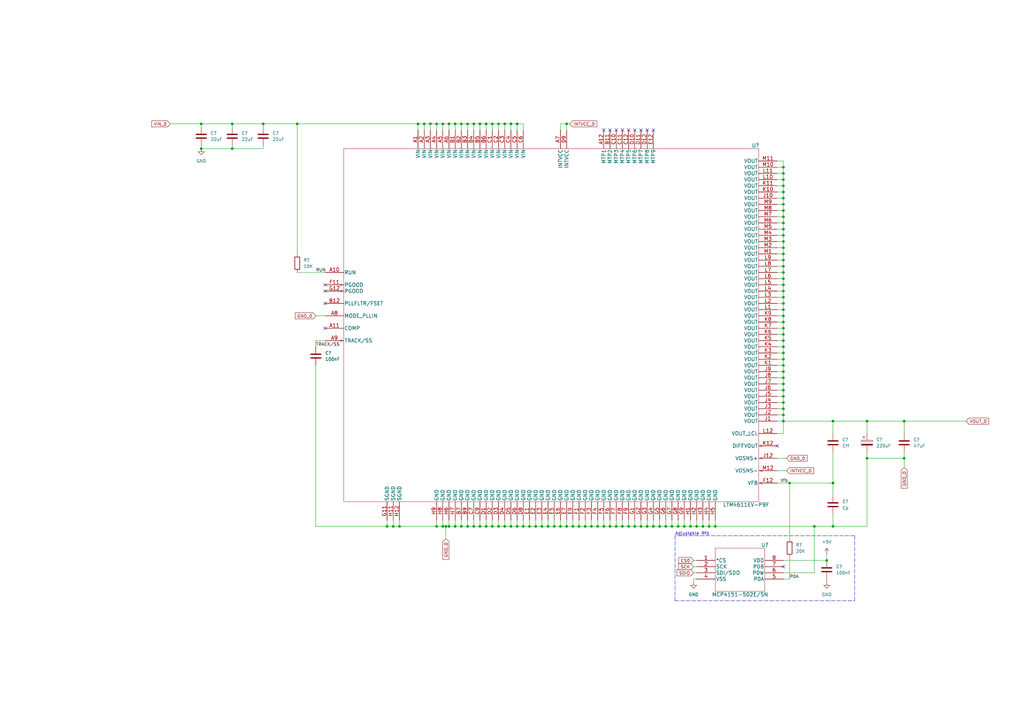
<source format=kicad_sch>
(kicad_sch (version 20211123) (generator eeschema)
  (paper "A3")
  (title_block (title "Group_0") (date "2022-11-28") (rev "0.1"))
  (lib_symbols
    (symbol "Device:C" (pin_numbers hide) (pin_names (offset 0.254))
      (property "Reference" "C" (at 0.635 2.54 0))
      (property "Value" "C" (at 0.635 -2.54 0))
      (symbol "C_0_1"
        (polyline (pts (xy -2.032 -0.762) (xy 2.032 -0.762)) (stroke (width 0.508)))
        (polyline (pts (xy -2.032 0.762) (xy 2.032 0.762)) (stroke (width 0.508)))
      )
      (symbol "C_1_1"
        (pin passive line (at 0 3.81 270) (length 2.794) (name "~") (number "1"))
        (pin passive line (at 0 -3.81 90) (length 2.794) (name "~") (number "2"))
      )
    )
    (symbol "Device:C_Polarized" (pin_numbers hide) (pin_names (offset 0.254))
      (property "Reference" "C" (at 0.635 2.54 0))
      (property "Value" "C_Polarized" (at 0.635 -2.54 0))
      (symbol "C_Polarized_0_1"
        (rectangle (start -2.286 0.508) (end 2.286 1.016))
        (polyline (pts (xy -1.778 2.286) (xy -0.762 2.286)))
        (polyline (pts (xy -1.27 2.794) (xy -1.27 1.778)))
        (rectangle (start 2.286 -0.508) (end -2.286 -1.016) (fill (type outline)))
      )
      (symbol "C_Polarized_1_1"
        (pin passive line (at 0 3.81 270) (length 2.794) (name "~") (number "1"))
        (pin passive line (at 0 -3.81 90) (length 2.794) (name "~") (number "2"))
      )
    )
    (symbol "Device:R" (pin_numbers hide) (pin_names (offset 0))
      (property "Reference" "R" (at 2.032 0 90))
      (property "Value" "R" (at 0 0 90))
      (symbol "R_0_1"
        (rectangle (start -1.016 -2.54) (end 1.016 2.54) (stroke (width 0.254)))
      )
      (symbol "R_1_1"
        (pin passive line (at 0 3.81 270) (length 1.27) (name "~") (number "1"))
        (pin passive line (at 0 -3.81 90) (length 1.27) (name "~") (number "2"))
      )
    )
    (symbol "LTM4611EV:LTM4611EV-PBF" (pin_names (offset 0.254))
      (property "Reference" "U" (at 7.62 55.88 0))
      (property "Value" "LTM4611EV-PBF" (at 7.62 53.34 0))
      (symbol "LTM4611EV-PBF_1_1"
        (polyline (pts (xy 7.112 -28.448) (xy 6.0452 -27.94)) (stroke (width 0.127)))
        (polyline (pts (xy 7.112 -27.432) (xy 6.0452 -27.94)) (stroke (width 0.127)))
        (polyline (pts (xy 7.112 -8.128) (xy 6.0452 -7.62)) (stroke (width 0.127)))
        (polyline (pts (xy 7.112 -7.112) (xy 6.0452 -7.62)) (stroke (width 0.127)))
        (polyline (pts (xy 7.112 -5.588) (xy 6.0452 -5.08)) (stroke (width 0.127)))
        (polyline (pts (xy 7.112 -4.572) (xy 6.0452 -5.08)) (stroke (width 0.127)))
        (polyline (pts (xy 7.62 -93.98) (xy 177.8 -93.98)) (stroke (width 0.127)))
        (polyline (pts (xy 7.62 50.8) (xy 7.62 -93.98)) (stroke (width 0.127)))
        (polyline (pts (xy 177.8 -93.98) (xy 177.8 50.8)) (stroke (width 0.127)))
        (polyline (pts (xy 177.8 50.8) (xy 7.62 50.8)) (stroke (width 0.127)))
        (polyline (pts (xy 178.308 -86.36) (xy 179.3748 -86.868)) (stroke (width 0.127)))
        (polyline (pts (xy 178.308 -86.36) (xy 179.3748 -85.852)) (stroke (width 0.127)))
        (polyline (pts (xy 178.308 -81.28) (xy 179.3748 -81.788)) (stroke (width 0.127)))
        (polyline (pts (xy 178.308 -81.28) (xy 179.3748 -80.772)) (stroke (width 0.127)))
        (polyline (pts (xy 178.308 -76.2) (xy 179.3748 -76.708)) (stroke (width 0.127)))
        (polyline (pts (xy 178.308 -76.2) (xy 179.3748 -75.692)) (stroke (width 0.127)))
        (polyline (pts (xy 178.308 -71.628) (xy 179.3748 -71.12)) (stroke (width 0.127)))
        (polyline (pts (xy 178.308 -70.612) (xy 179.3748 -71.12)) (stroke (width 0.127)))
        (pin power_in line (at 38.1 58.42 270) (length 7.62) (name "VIN") (number "A1"))
        (pin unspecified line (at 0 0 0) (length 7.62) (name "RUN") (number "A10"))
        (pin unspecified line (at 0 -22.86 0) (length 7.62) (name "COMP") (number "A11"))
        (pin unspecified line (at 114.3 58.42 270) (length 7.62) (name "MTP1") (number "A12"))
        (pin power_in line (at 40.64 58.42 270) (length 7.62) (name "VIN") (number "A2"))
        (pin power_in line (at 43.18 58.42 270) (length 7.62) (name "VIN") (number "A3"))
        (pin power_in line (at 45.72 58.42 270) (length 7.62) (name "VIN") (number "A4"))
        (pin power_in line (at 48.26 58.42 270) (length 7.62) (name "VIN") (number "A5"))
        (pin power_in line (at 50.8 58.42 270) (length 7.62) (name "VIN") (number "A6"))
        (pin power_in line (at 96.52 58.42 270) (length 7.62) (name "INTVCC") (number "A7"))
        (pin unspecified line (at 0 -17.78 0) (length 7.62) (name "MODE_PLLIN") (number "A8"))
        (pin output line (at 0 -27.94 0) (length 7.62) (name "TRACK/SS") (number "A9"))
        (pin power_in line (at 53.34 58.42 270) (length 7.62) (name "VIN") (number "B1"))
        (pin unspecified line (at 116.84 58.42 270) (length 7.62) (name "MTP2") (number "B11"))
        (pin unspecified line (at 0 -12.7 0) (length 7.62) (name "PLLFLTR/FSET") (number "B12"))
        (pin power_in line (at 55.88 58.42 270) (length 7.62) (name "VIN") (number "B2"))
        (pin power_in line (at 58.42 58.42 270) (length 7.62) (name "VIN") (number "B3"))
        (pin power_in line (at 60.96 58.42 270) (length 7.62) (name "VIN") (number "B4"))
        (pin power_in line (at 63.5 58.42 270) (length 7.62) (name "VIN") (number "B5"))
        (pin power_in line (at 66.04 58.42 270) (length 7.62) (name "VIN") (number "B6"))
        (pin power_in line (at 55.88 -101.6 90) (length 7.62) (name "GND") (number "B7"))
        (pin power_in line (at 58.42 -101.6 90) (length 7.62) (name "GND") (number "B9"))
        (pin power_in line (at 68.58 58.42 270) (length 7.62) (name "VIN") (number "C1"))
        (pin unspecified line (at 119.38 58.42 270) (length 7.62) (name "MTP3") (number "C10"))
        (pin unspecified line (at 121.92 58.42 270) (length 7.62) (name "MTP4") (number "C11"))
        (pin unspecified line (at 124.46 58.42 270) (length 7.62) (name "MTP5") (number "C12"))
        (pin power_in line (at 71.12 58.42 270) (length 7.62) (name "VIN") (number "C2"))
        (pin power_in line (at 73.66 58.42 270) (length 7.62) (name "VIN") (number "C3"))
        (pin power_in line (at 76.2 58.42 270) (length 7.62) (name "VIN") (number "C4"))
        (pin power_in line (at 78.74 58.42 270) (length 7.62) (name "VIN") (number "C5"))
        (pin power_in line (at 81.28 58.42 270) (length 7.62) (name "VIN") (number "C6"))
        (pin power_in line (at 60.96 -101.6 90) (length 7.62) (name "GND") (number "C7"))
        (pin power_in line (at 63.5 -101.6 90) (length 7.62) (name "GND") (number "C9"))
        (pin power_in line (at 66.04 -101.6 90) (length 7.62) (name "GND") (number "D1"))
        (pin unspecified line (at 127 58.42 270) (length 7.62) (name "MTP6") (number "D10"))
        (pin unspecified line (at 129.54 58.42 270) (length 7.62) (name "MTP7") (number "D11"))
        (pin unspecified line (at 132.08 58.42 270) (length 7.62) (name "MTP8") (number "D12"))
        (pin power_in line (at 68.58 -101.6 90) (length 7.62) (name "GND") (number "D2"))
        (pin power_in line (at 71.12 -101.6 90) (length 7.62) (name "GND") (number "D3"))
        (pin power_in line (at 73.66 -101.6 90) (length 7.62) (name "GND") (number "D4"))
        (pin power_in line (at 76.2 -101.6 90) (length 7.62) (name "GND") (number "D5"))
        (pin power_in line (at 78.74 -101.6 90) (length 7.62) (name "GND") (number "D6"))
        (pin power_in line (at 81.28 -101.6 90) (length 7.62) (name "GND") (number "D8"))
        (pin power_in line (at 99.06 58.42 270) (length 7.62) (name "INTVCC") (number "D9"))
        (pin power_in line (at 83.82 -101.6 90) (length 7.62) (name "GND") (number "E1"))
        (pin unspecified line (at 134.62 58.42 270) (length 7.62) (name "MTP9") (number "E12"))
        (pin power_in line (at 86.36 -101.6 90) (length 7.62) (name "GND") (number "E2"))
        (pin power_in line (at 88.9 -101.6 90) (length 7.62) (name "GND") (number "E3"))
        (pin power_in line (at 91.44 -101.6 90) (length 7.62) (name "GND") (number "E4"))
        (pin power_in line (at 93.98 -101.6 90) (length 7.62) (name "GND") (number "E5"))
        (pin power_in line (at 96.52 -101.6 90) (length 7.62) (name "GND") (number "E6"))
        (pin power_in line (at 99.06 -101.6 90) (length 7.62) (name "GND") (number "E7"))
        (pin power_in line (at 101.6 -101.6 90) (length 7.62) (name "GND") (number "E9"))
        (pin power_in line (at 104.14 -101.6 90) (length 7.62) (name "GND") (number "F1"))
        (pin output line (at 0 -5.08 0) (length 7.62) (name "PGOOD") (number "F11"))
        (pin input line (at 185.42 -86.36 180) (length 7.62) (name "VFB") (number "F12"))
        (pin power_in line (at 106.68 -101.6 90) (length 7.62) (name "GND") (number "F2"))
        (pin power_in line (at 109.22 -101.6 90) (length 7.62) (name "GND") (number "F3"))
        (pin power_in line (at 111.76 -101.6 90) (length 7.62) (name "GND") (number "F4"))
        (pin power_in line (at 114.3 -101.6 90) (length 7.62) (name "GND") (number "F5"))
        (pin power_in line (at 116.84 -101.6 90) (length 7.62) (name "GND") (number "F6"))
        (pin power_in line (at 119.38 -101.6 90) (length 7.62) (name "GND") (number "F7"))
        (pin power_in line (at 121.92 -101.6 90) (length 7.62) (name "GND") (number "F8"))
        (pin power_in line (at 124.46 -101.6 90) (length 7.62) (name "GND") (number "F9"))
        (pin power_in line (at 127 -101.6 90) (length 7.62) (name "GND") (number "G1"))
        (pin power_in line (at 25.4 -101.6 90) (length 7.62) (name "SGND") (number "G11"))
        (pin output line (at 0 -7.62 0) (length 7.62) (name "PGOOD") (number "G12"))
        (pin power_in line (at 129.54 -101.6 90) (length 7.62) (name "GND") (number "G2"))
        (pin power_in line (at 132.08 -101.6 90) (length 7.62) (name "GND") (number "G3"))
        (pin power_in line (at 134.62 -101.6 90) (length 7.62) (name "GND") (number "G4"))
        (pin power_in line (at 137.16 -101.6 90) (length 7.62) (name "GND") (number "G5"))
        (pin power_in line (at 139.7 -101.6 90) (length 7.62) (name "GND") (number "G6"))
        (pin power_in line (at 142.24 -101.6 90) (length 7.62) (name "GND") (number "G7"))
        (pin power_in line (at 144.78 -101.6 90) (length 7.62) (name "GND") (number "G8"))
        (pin power_in line (at 147.32 -101.6 90) (length 7.62) (name "GND") (number "G9"))
        (pin power_in line (at 149.86 -101.6 90) (length 7.62) (name "GND") (number "H1"))
        (pin power_in line (at 27.94 -101.6 90) (length 7.62) (name "SGND") (number "H11"))
        (pin power_in line (at 30.48 -101.6 90) (length 7.62) (name "SGND") (number "H12"))
        (pin power_in line (at 152.4 -101.6 90) (length 7.62) (name "GND") (number "H2"))
        (pin power_in line (at 154.94 -101.6 90) (length 7.62) (name "GND") (number "H3"))
        (pin power_in line (at 157.48 -101.6 90) (length 7.62) (name "GND") (number "H4"))
        (pin power_in line (at 160.02 -101.6 90) (length 7.62) (name "GND") (number "H5"))
        (pin power_in line (at 50.8 -101.6 90) (length 7.62) (name "GND") (number "H6"))
        (pin power_in line (at 53.34 -101.6 90) (length 7.62) (name "GND") (number "H7"))
        (pin power_in line (at 48.26 -101.6 90) (length 7.62) (name "GND") (number "H8"))
        (pin power_in line (at 45.72 -101.6 90) (length 7.62) (name "GND") (number "H9"))
        (pin power_in line (at 185.42 -60.96 180) (length 7.62) (name "VOUT") (number "J1"))
        (pin power_in line (at 185.42 30.48 180) (length 7.62) (name "VOUT") (number "J10"))
        (pin input line (at 185.42 -76.2 180) (length 7.62) (name "VOSNS+") (number "J12"))
        (pin power_in line (at 185.42 -58.42 180) (length 7.62) (name "VOUT") (number "J2"))
        (pin power_in line (at 185.42 -55.88 180) (length 7.62) (name "VOUT") (number "J3"))
        (pin power_in line (at 185.42 -53.34 180) (length 7.62) (name "VOUT") (number "J4"))
        (pin power_in line (at 185.42 -50.8 180) (length 7.62) (name "VOUT") (number "J5"))
        (pin power_in line (at 185.42 -48.26 180) (length 7.62) (name "VOUT") (number "J6"))
        (pin power_in line (at 185.42 -45.72 180) (length 7.62) (name "VOUT") (number "J7"))
        (pin power_in line (at 185.42 -43.18 180) (length 7.62) (name "VOUT") (number "J8"))
        (pin power_in line (at 185.42 -40.64 180) (length 7.62) (name "VOUT") (number "J9"))
        (pin power_in line (at 185.42 -38.1 180) (length 7.62) (name "VOUT") (number "K1"))
        (pin power_in line (at 185.42 33.02 180) (length 7.62) (name "VOUT") (number "K10"))
        (pin power_in line (at 185.42 35.56 180) (length 7.62) (name "VOUT") (number "K11"))
        (pin output line (at 185.42 -71.12 180) (length 7.62) (name "DIFFVOUT") (number "K12"))
        (pin power_in line (at 185.42 -35.56 180) (length 7.62) (name "VOUT") (number "K2"))
        (pin power_in line (at 185.42 -33.02 180) (length 7.62) (name "VOUT") (number "K3"))
        (pin power_in line (at 185.42 -30.48 180) (length 7.62) (name "VOUT") (number "K4"))
        (pin power_in line (at 185.42 -27.94 180) (length 7.62) (name "VOUT") (number "K5"))
        (pin power_in line (at 185.42 -25.4 180) (length 7.62) (name "VOUT") (number "K6"))
        (pin power_in line (at 185.42 -22.86 180) (length 7.62) (name "VOUT") (number "K7"))
        (pin power_in line (at 185.42 -20.32 180) (length 7.62) (name "VOUT") (number "K8"))
        (pin power_in line (at 185.42 -17.78 180) (length 7.62) (name "VOUT") (number "K9"))
        (pin power_in line (at 185.42 -15.24 180) (length 7.62) (name "VOUT") (number "L1"))
        (pin power_in line (at 185.42 38.1 180) (length 7.62) (name "VOUT") (number "L10"))
        (pin power_in line (at 185.42 40.64 180) (length 7.62) (name "VOUT") (number "L11"))
        (pin power_in line (at 185.42 -66.04 180) (length 7.62) (name "VOUT_LCL") (number "L12"))
        (pin power_in line (at 185.42 -12.7 180) (length 7.62) (name "VOUT") (number "L2"))
        (pin power_in line (at 185.42 -10.16 180) (length 7.62) (name "VOUT") (number "L3"))
        (pin power_in line (at 185.42 -7.62 180) (length 7.62) (name "VOUT") (number "L4"))
        (pin power_in line (at 185.42 -5.08 180) (length 7.62) (name "VOUT") (number "L5"))
        (pin power_in line (at 185.42 -2.54 180) (length 7.62) (name "VOUT") (number "L6"))
        (pin power_in line (at 185.42 0 180) (length 7.62) (name "VOUT") (number "L7"))
        (pin power_in line (at 185.42 2.54 180) (length 7.62) (name "VOUT") (number "L8"))
        (pin power_in line (at 185.42 5.08 180) (length 7.62) (name "VOUT") (number "L9"))
        (pin power_in line (at 185.42 7.62 180) (length 7.62) (name "VOUT") (number "M1"))
        (pin power_in line (at 185.42 43.18 180) (length 7.62) (name "VOUT") (number "M10"))
        (pin power_in line (at 185.42 45.72 180) (length 7.62) (name "VOUT") (number "M11"))
        (pin input line (at 185.42 -81.28 180) (length 7.62) (name "VOSNS-") (number "M12"))
        (pin power_in line (at 185.42 10.16 180) (length 7.62) (name "VOUT") (number "M2"))
        (pin power_in line (at 185.42 12.7 180) (length 7.62) (name "VOUT") (number "M3"))
        (pin power_in line (at 185.42 15.24 180) (length 7.62) (name "VOUT") (number "M4"))
        (pin power_in line (at 185.42 17.78 180) (length 7.62) (name "VOUT") (number "M5"))
        (pin power_in line (at 185.42 20.32 180) (length 7.62) (name "VOUT") (number "M6"))
        (pin power_in line (at 185.42 22.86 180) (length 7.62) (name "VOUT") (number "M7"))
        (pin power_in line (at 185.42 25.4 180) (length 7.62) (name "VOUT") (number "M8"))
        (pin power_in line (at 185.42 27.94 180) (length 7.62) (name "VOUT") (number "M9"))
      )
    )
    (symbol "MCP4151:MCP4151-502E{slash}SN" (pin_names (offset 0.254))
      (property "Reference" "U?" (at 48.26 11.43 0))
      (property "Value" "MCP4151-502E/SN" (at 48.26 7.62 0))
      (symbol "MCP4151-502E{slash}SN_1_1"
        (polyline (pts (xy 38.1 -12.7) (xy 58.42 -12.7)) (stroke (width 0.127)))
        (polyline (pts (xy 38.1 5.08) (xy 38.1 -12.7)) (stroke (width 0.127)))
        (polyline (pts (xy 58.42 -12.7) (xy 58.42 5.08)) (stroke (width 0.127)))
        (polyline (pts (xy 58.42 5.08) (xy 38.1 5.08)) (stroke (width 0.127)))
        (pin unspecified line (at 30.48 0 0) (length 7.62) (name "*CS") (number "1"))
        (pin unspecified line (at 30.48 -2.54 0) (length 7.62) (name "SCK") (number "2"))
        (pin unspecified line (at 30.48 -5.08 0) (length 7.62) (name "SDI/SDO") (number "3"))
        (pin unspecified line (at 30.48 -7.62 0) (length 7.62) (name "VSS") (number "4"))
        (pin unspecified line (at 66.04 -7.62 180) (length 7.62) (name "P0A") (number "5"))
        (pin unspecified line (at 66.04 -5.08 180) (length 7.62) (name "P0W") (number "6"))
        (pin unspecified line (at 66.04 -2.54 180) (length 7.62) (name "P0B") (number "7"))
        (pin unspecified line (at 66.04 0 180) (length 7.62) (name "VDD") (number "8"))
      )
    )
    (symbol "power:+5V" (power) (pin_names (offset 0))
      (property "Value" "+5V" (at 0 3.556 0))
      (symbol "+5V_0_1"
        (polyline (pts (xy -0.762 1.27) (xy 0 2.54)))
        (polyline (pts (xy 0 0) (xy 0 2.54)))
        (polyline (pts (xy 0 2.54) (xy 0.762 1.27)))
      )
      (symbol "+5V_1_1"
        (pin power_in line (at 0 0 90) (length 0) hide (name "+5V") (number "1"))
      )
    )
    (symbol "power:GND" (power) (pin_names (offset 0))
      (property "Value" "GND" (at 0 -3.81 0))
      (symbol "GND_0_1"
        (polyline (pts (xy 0 0) (xy 0 -1.27) (xy 1.27 -1.27) (xy 0 -2.54) (xy -1.27 -1.27) (xy 0 -1.27)))
      )
      (symbol "GND_1_1"
        (pin power_in line (at 0 0 270) (length 0) hide (name "GND") (number "1"))
      )
    )
  )
  (junction (at 201.93 50.8))
  (junction (at 321.31 137.16))
  (junction (at 323.85 198.12))
  (junction (at 234.95 215.9))
  (junction (at 82.55 60.96))
  (junction (at 181.61 215.9))
  (junction (at 321.31 119.38))
  (junction (at 186.69 215.9))
  (junction (at 288.29 215.9))
  (junction (at 214.63 215.9))
  (junction (at 321.31 139.7))
  (junction (at 222.25 215.9))
  (junction (at 321.31 104.14))
  (junction (at 196.85 215.9))
  (junction (at 321.31 83.82))
  (junction (at 189.23 215.9))
  (junction (at 219.71 215.9))
  (junction (at 265.43 215.9))
  (junction (at 209.55 215.9))
  (junction (at 189.23 50.8))
  (junction (at 355.6 172.72))
  (junction (at 321.31 78.74))
  (junction (at 370.84 172.72))
  (junction (at 95.25 50.8))
  (junction (at 227.33 215.9))
  (junction (at 247.65 215.9))
  (junction (at 321.31 93.98))
  (junction (at 321.31 121.92))
  (junction (at 191.77 50.8))
  (junction (at 163.83 215.9))
  (junction (at 232.41 215.9))
  (junction (at 341.63 198.12))
  (junction (at 321.31 165.1))
  (junction (at 273.05 215.9))
  (junction (at 171.45 50.8))
  (junction (at 321.31 96.52))
  (junction (at 321.31 134.62))
  (junction (at 321.31 157.48))
  (junction (at 321.31 124.46))
  (junction (at 341.63 172.72))
  (junction (at 321.31 160.02))
  (junction (at 321.31 152.4))
  (junction (at 321.31 167.64))
  (junction (at 270.51 215.9))
  (junction (at 321.31 86.36))
  (junction (at 194.31 50.8))
  (junction (at 267.97 215.9))
  (junction (at 173.99 50.8))
  (junction (at 321.31 71.12))
  (junction (at 321.31 76.2))
  (junction (at 370.84 187.96))
  (junction (at 321.31 162.56))
  (junction (at 201.93 215.9))
  (junction (at 321.31 142.24))
  (junction (at 257.81 215.9))
  (junction (at 321.31 106.68))
  (junction (at 355.6 187.96))
  (junction (at 204.47 215.9))
  (junction (at 321.31 111.76))
  (junction (at 290.83 215.9))
  (junction (at 341.63 215.9))
  (junction (at 95.25 60.96))
  (junction (at 107.95 50.8))
  (junction (at 278.13 215.9))
  (junction (at 229.87 215.9))
  (junction (at 321.31 172.72))
  (junction (at 204.47 50.8))
  (junction (at 321.31 132.08))
  (junction (at 250.19 215.9))
  (junction (at 280.67 215.9))
  (junction (at 321.31 129.54))
  (junction (at 207.01 215.9))
  (junction (at 321.31 147.32))
  (junction (at 245.11 215.9))
  (junction (at 275.59 215.9))
  (junction (at 321.31 149.86))
  (junction (at 321.31 116.84))
  (junction (at 293.37 215.9))
  (junction (at 121.92 50.8))
  (junction (at 158.75 215.9))
  (junction (at 321.31 68.58))
  (junction (at 321.31 101.6))
  (junction (at 321.31 127))
  (junction (at 212.09 50.8))
  (junction (at 334.01 215.9))
  (junction (at 283.21 215.9))
  (junction (at 252.73 215.9))
  (junction (at 207.01 50.8))
  (junction (at 262.89 215.9))
  (junction (at 179.07 215.9))
  (junction (at 232.41 50.8))
  (junction (at 285.75 215.9))
  (junction (at 321.31 144.78))
  (junction (at 255.27 215.9))
  (junction (at 321.31 114.3))
  (junction (at 186.69 50.8))
  (junction (at 321.31 109.22))
  (junction (at 209.55 50.8))
  (junction (at 196.85 50.8))
  (junction (at 179.07 50.8))
  (junction (at 240.03 215.9))
  (junction (at 161.29 215.9))
  (junction (at 199.39 215.9))
  (junction (at 321.31 154.94))
  (junction (at 339.09 229.87))
  (junction (at 191.77 215.9))
  (junction (at 184.15 215.9))
  (junction (at 321.31 91.44))
  (junction (at 237.49 215.9))
  (junction (at 260.35 215.9))
  (junction (at 321.31 73.66))
  (junction (at 321.31 88.9))
  (junction (at 321.31 170.18))
  (junction (at 321.31 81.28))
  (junction (at 199.39 50.8))
  (junction (at 82.55 50.8))
  (junction (at 182.88 215.9))
  (junction (at 321.31 99.06))
  (junction (at 224.79 215.9))
  (junction (at 176.53 50.8))
  (junction (at 242.57 215.9))
  (junction (at 194.31 215.9))
  (junction (at 184.15 50.8))
  (junction (at 181.61 50.8))
  (junction (at 212.09 215.9))
  (junction (at 217.17 215.9))
  (no_connect (at 260.35 53.34))
  (no_connect (at 252.73 53.34))
  (no_connect (at 133.35 119.38))
  (no_connect (at 265.43 53.34))
  (no_connect (at 255.27 53.34))
  (no_connect (at 133.35 134.62))
  (no_connect (at 262.89 53.34))
  (no_connect (at 318.77 182.88))
  (no_connect (at 250.19 53.34))
  (no_connect (at 133.35 124.46))
  (no_connect (at 267.97 53.34))
  (no_connect (at 133.35 116.84))
  (no_connect (at 321.31 232.41))
  (no_connect (at 257.81 53.34))
  (no_connect (at 247.65 53.34))
  (wire (pts (xy 252.73 215.9) (xy 255.27 215.9)))
  (wire (pts (xy 181.61 50.8) (xy 181.61 53.34)))
  (wire (pts (xy 273.05 213.36) (xy 273.05 215.9)))
  (wire (pts (xy 186.69 50.8) (xy 186.69 53.34)))
  (wire (pts (xy 189.23 213.36) (xy 189.23 215.9)))
  (wire (pts (xy 321.31 167.64) (xy 321.31 170.18)))
  (wire (pts (xy 171.45 53.34) (xy 171.45 50.8)))
  (wire (pts (xy 321.31 96.52) (xy 321.31 99.06)))
  (wire (pts (xy 255.27 215.9) (xy 257.81 215.9)))
  (wire (pts (xy 237.49 215.9) (xy 240.03 215.9)))
  (wire (pts (xy 321.31 106.68) (xy 321.31 109.22)))
  (wire (pts (xy 229.87 50.8) (xy 232.41 50.8)))
  (wire (pts (xy 318.77 152.4) (xy 321.31 152.4)))
  (wire (pts (xy 182.88 215.9) (xy 184.15 215.9)))
  (wire (pts (xy 318.77 134.62) (xy 321.31 134.62)))
  (wire (pts (xy 209.55 213.36) (xy 209.55 215.9)))
  (wire (pts (xy 318.77 187.96) (xy 322.58 187.96)))
  (wire (pts (xy 204.47 50.8) (xy 207.01 50.8)))
  (wire (pts (xy 318.77 124.46) (xy 321.31 124.46)))
  (wire (pts (xy 163.83 215.9) (xy 161.29 215.9)))
  (wire (pts (xy 321.31 76.2) (xy 321.31 78.74)))
  (wire (pts (xy 293.37 215.9) (xy 334.01 215.9)))
  (wire (pts (xy 82.55 50.8) (xy 82.55 52.07)))
  (polyline (pts (xy 276.86 219.71) (xy 276.86 246.38)))
  (polyline (pts (xy 276.86 246.38) (xy 350.52 246.38)))
  (wire (pts (xy 176.53 50.8) (xy 179.07 50.8)))
  (wire (pts (xy 199.39 213.36) (xy 199.39 215.9)))
  (wire (pts (xy 189.23 50.8) (xy 189.23 53.34)))
  (wire (pts (xy 186.69 213.36) (xy 186.69 215.9)))
  (wire (pts (xy 129.54 139.7) (xy 133.35 139.7)))
  (wire (pts (xy 321.31 165.1) (xy 321.31 167.64)))
  (wire (pts (xy 321.31 142.24) (xy 321.31 144.78)))
  (wire (pts (xy 290.83 215.9) (xy 293.37 215.9)))
  (wire (pts (xy 321.31 234.95) (xy 334.01 234.95)))
  (wire (pts (xy 318.77 157.48) (xy 321.31 157.48)))
  (wire (pts (xy 234.95 215.9) (xy 237.49 215.9)))
  (wire (pts (xy 257.81 213.36) (xy 257.81 215.9)))
  (wire (pts (xy 204.47 50.8) (xy 204.47 53.34)))
  (wire (pts (xy 214.63 50.8) (xy 214.63 53.34)))
  (wire (pts (xy 321.31 66.04) (xy 321.31 68.58)))
  (wire (pts (xy 212.09 213.36) (xy 212.09 215.9)))
  (wire (pts (xy 318.77 137.16) (xy 321.31 137.16)))
  (wire (pts (xy 321.31 88.9) (xy 321.31 91.44)))
  (wire (pts (xy 278.13 213.36) (xy 278.13 215.9)))
  (wire (pts (xy 323.85 198.12) (xy 323.85 220.98)))
  (wire (pts (xy 288.29 215.9) (xy 290.83 215.9)))
  (wire (pts (xy 370.84 187.96) (xy 370.84 191.77)))
  (wire (pts (xy 284.48 238.76) (xy 284.48 237.49)))
  (wire (pts (xy 179.07 50.8) (xy 179.07 53.34)))
  (wire (pts (xy 318.77 121.92) (xy 321.31 121.92)))
  (wire (pts (xy 204.47 213.36) (xy 204.47 215.9)))
  (wire (pts (xy 173.99 50.8) (xy 173.99 53.34)))
  (wire (pts (xy 209.55 215.9) (xy 212.09 215.9)))
  (wire (pts (xy 171.45 50.8) (xy 173.99 50.8)))
  (wire (pts (xy 245.11 213.36) (xy 245.11 215.9)))
  (wire (pts (xy 370.84 172.72) (xy 370.84 177.8)))
  (wire (pts (xy 370.84 172.72) (xy 396.24 172.72)))
  (wire (pts (xy 321.31 99.06) (xy 321.31 101.6)))
  (wire (pts (xy 107.95 59.69) (xy 107.95 60.96)))
  (wire (pts (xy 95.25 59.69) (xy 95.25 60.96)))
  (wire (pts (xy 318.77 111.76) (xy 321.31 111.76)))
  (wire (pts (xy 176.53 50.8) (xy 176.53 53.34)))
  (wire (pts (xy 257.81 215.9) (xy 260.35 215.9)))
  (wire (pts (xy 250.19 215.9) (xy 252.73 215.9)))
  (wire (pts (xy 339.09 227.33) (xy 339.09 229.87)))
  (wire (pts (xy 189.23 215.9) (xy 191.77 215.9)))
  (wire (pts (xy 321.31 68.58) (xy 321.31 71.12)))
  (wire (pts (xy 229.87 213.36) (xy 229.87 215.9)))
  (wire (pts (xy 284.48 237.49) (xy 285.75 237.49)))
  (wire (pts (xy 280.67 215.9) (xy 283.21 215.9)))
  (wire (pts (xy 240.03 215.9) (xy 242.57 215.9)))
  (wire (pts (xy 318.77 66.04) (xy 321.31 66.04)))
  (wire (pts (xy 222.25 213.36) (xy 222.25 215.9)))
  (wire (pts (xy 318.77 167.64) (xy 321.31 167.64)))
  (wire (pts (xy 323.85 228.6) (xy 323.85 237.49)))
  (wire (pts (xy 82.55 59.69) (xy 82.55 60.96)))
  (wire (pts (xy 341.63 185.42) (xy 341.63 198.12)))
  (wire (pts (xy 339.09 237.49) (xy 339.09 238.76)))
  (wire (pts (xy 270.51 213.36) (xy 270.51 215.9)))
  (wire (pts (xy 255.27 213.36) (xy 255.27 215.9)))
  (wire (pts (xy 321.31 177.8) (xy 321.31 172.72)))
  (wire (pts (xy 265.43 215.9) (xy 267.97 215.9)))
  (wire (pts (xy 201.93 50.8) (xy 204.47 50.8)))
  (wire (pts (xy 191.77 215.9) (xy 194.31 215.9)))
  (wire (pts (xy 212.09 50.8) (xy 214.63 50.8)))
  (wire (pts (xy 219.71 213.36) (xy 219.71 215.9)))
  (wire (pts (xy 323.85 198.12) (xy 341.63 198.12)))
  (wire (pts (xy 321.31 129.54) (xy 321.31 132.08)))
  (wire (pts (xy 260.35 215.9) (xy 262.89 215.9)))
  (wire (pts (xy 121.92 50.8) (xy 121.92 104.14)))
  (wire (pts (xy 321.31 152.4) (xy 321.31 154.94)))
  (wire (pts (xy 318.77 198.12) (xy 323.85 198.12)))
  (wire (pts (xy 158.75 213.36) (xy 158.75 215.9)))
  (wire (pts (xy 321.31 132.08) (xy 321.31 134.62)))
  (wire (pts (xy 184.15 50.8) (xy 186.69 50.8)))
  (wire (pts (xy 321.31 109.22) (xy 321.31 111.76)))
  (wire (pts (xy 321.31 170.18) (xy 321.31 172.72)))
  (wire (pts (xy 318.77 139.7) (xy 321.31 139.7)))
  (wire (pts (xy 69.85 50.8) (xy 82.55 50.8)))
  (wire (pts (xy 240.03 213.36) (xy 240.03 215.9)))
  (wire (pts (xy 290.83 213.36) (xy 290.83 215.9)))
  (wire (pts (xy 321.31 91.44) (xy 321.31 93.98)))
  (wire (pts (xy 318.77 142.24) (xy 321.31 142.24)))
  (wire (pts (xy 321.31 162.56) (xy 321.31 165.1)))
  (wire (pts (xy 284.48 234.95) (xy 285.75 234.95)))
  (wire (pts (xy 280.67 213.36) (xy 280.67 215.9)))
  (wire (pts (xy 321.31 73.66) (xy 321.31 76.2)))
  (wire (pts (xy 179.07 213.36) (xy 179.07 215.9)))
  (wire (pts (xy 194.31 213.36) (xy 194.31 215.9)))
  (wire (pts (xy 209.55 50.8) (xy 209.55 53.34)))
  (wire (pts (xy 82.55 50.8) (xy 95.25 50.8)))
  (wire (pts (xy 196.85 213.36) (xy 196.85 215.9)))
  (wire (pts (xy 247.65 215.9) (xy 250.19 215.9)))
  (wire (pts (xy 355.6 187.96) (xy 355.6 215.9)))
  (wire (pts (xy 224.79 215.9) (xy 227.33 215.9)))
  (wire (pts (xy 321.31 93.98) (xy 321.31 96.52)))
  (wire (pts (xy 191.77 213.36) (xy 191.77 215.9)))
  (wire (pts (xy 321.31 147.32) (xy 321.31 149.86)))
  (wire (pts (xy 209.55 50.8) (xy 212.09 50.8)))
  (wire (pts (xy 207.01 50.8) (xy 207.01 53.34)))
  (wire (pts (xy 252.73 213.36) (xy 252.73 215.9)))
  (wire (pts (xy 204.47 215.9) (xy 207.01 215.9)))
  (wire (pts (xy 232.41 50.8) (xy 232.41 53.34)))
  (wire (pts (xy 191.77 50.8) (xy 191.77 53.34)))
  (wire (pts (xy 173.99 50.8) (xy 176.53 50.8)))
  (wire (pts (xy 318.77 127) (xy 321.31 127)))
  (wire (pts (xy 318.77 104.14) (xy 321.31 104.14)))
  (wire (pts (xy 214.63 213.36) (xy 214.63 215.9)))
  (wire (pts (xy 217.17 213.36) (xy 217.17 215.9)))
  (wire (pts (xy 212.09 50.8) (xy 212.09 53.34)))
  (wire (pts (xy 318.77 106.68) (xy 321.31 106.68)))
  (wire (pts (xy 232.41 50.8) (xy 233.68 50.8)))
  (wire (pts (xy 370.84 187.96) (xy 355.6 187.96)))
  (wire (pts (xy 334.01 215.9) (xy 341.63 215.9)))
  (wire (pts (xy 121.92 50.8) (xy 171.45 50.8)))
  (wire (pts (xy 199.39 50.8) (xy 199.39 53.34)))
  (wire (pts (xy 234.95 213.36) (xy 234.95 215.9)))
  (wire (pts (xy 285.75 213.36) (xy 285.75 215.9)))
  (wire (pts (xy 219.71 215.9) (xy 222.25 215.9)))
  (wire (pts (xy 201.93 215.9) (xy 204.47 215.9)))
  (wire (pts (xy 262.89 215.9) (xy 265.43 215.9)))
  (wire (pts (xy 318.77 170.18) (xy 321.31 170.18)))
  (wire (pts (xy 227.33 215.9) (xy 229.87 215.9)))
  (wire (pts (xy 321.31 149.86) (xy 321.31 152.4)))
  (wire (pts (xy 214.63 215.9) (xy 217.17 215.9)))
  (wire (pts (xy 321.31 78.74) (xy 321.31 81.28)))
  (wire (pts (xy 370.84 185.42) (xy 370.84 187.96)))
  (wire (pts (xy 182.88 215.9) (xy 182.88 220.98)))
  (wire (pts (xy 201.93 50.8) (xy 201.93 53.34)))
  (wire (pts (xy 237.49 213.36) (xy 237.49 215.9)))
  (wire (pts (xy 283.21 213.36) (xy 283.21 215.9)))
  (wire (pts (xy 318.77 88.9) (xy 321.31 88.9)))
  (wire (pts (xy 262.89 213.36) (xy 262.89 215.9)))
  (wire (pts (xy 267.97 213.36) (xy 267.97 215.9)))
  (wire (pts (xy 107.95 50.8) (xy 121.92 50.8)))
  (wire (pts (xy 355.6 172.72) (xy 370.84 172.72)))
  (wire (pts (xy 217.17 215.9) (xy 219.71 215.9)))
  (wire (pts (xy 95.25 60.96) (xy 107.95 60.96)))
  (wire (pts (xy 212.09 215.9) (xy 214.63 215.9)))
  (wire (pts (xy 95.25 50.8) (xy 107.95 50.8)))
  (wire (pts (xy 196.85 50.8) (xy 196.85 53.34)))
  (wire (pts (xy 267.97 215.9) (xy 270.51 215.9)))
  (wire (pts (xy 321.31 137.16) (xy 321.31 139.7)))
  (wire (pts (xy 321.31 114.3) (xy 321.31 116.84)))
  (wire (pts (xy 321.31 127) (xy 321.31 129.54)))
  (wire (pts (xy 318.77 162.56) (xy 321.31 162.56)))
  (wire (pts (xy 293.37 213.36) (xy 293.37 215.9)))
  (polyline (pts (xy 350.52 219.71) (xy 350.52 246.38)))
  (wire (pts (xy 179.07 215.9) (xy 181.61 215.9)))
  (wire (pts (xy 318.77 129.54) (xy 321.31 129.54)))
  (wire (pts (xy 321.31 229.87) (xy 339.09 229.87)))
  (wire (pts (xy 341.63 172.72) (xy 341.63 177.8)))
  (wire (pts (xy 194.31 215.9) (xy 196.85 215.9)))
  (wire (pts (xy 129.54 142.24) (xy 129.54 139.7)))
  (wire (pts (xy 186.69 215.9) (xy 189.23 215.9)))
  (wire (pts (xy 318.77 144.78) (xy 321.31 144.78)))
  (wire (pts (xy 321.31 154.94) (xy 321.31 157.48)))
  (wire (pts (xy 184.15 213.36) (xy 184.15 215.9)))
  (wire (pts (xy 121.92 111.76) (xy 133.35 111.76)))
  (wire (pts (xy 355.6 215.9) (xy 341.63 215.9)))
  (wire (pts (xy 321.31 81.28) (xy 321.31 83.82)))
  (wire (pts (xy 196.85 50.8) (xy 199.39 50.8)))
  (wire (pts (xy 194.31 50.8) (xy 194.31 53.34)))
  (wire (pts (xy 285.75 215.9) (xy 288.29 215.9)))
  (wire (pts (xy 184.15 50.8) (xy 184.15 53.34)))
  (wire (pts (xy 321.31 144.78) (xy 321.31 147.32)))
  (wire (pts (xy 288.29 213.36) (xy 288.29 215.9)))
  (wire (pts (xy 318.77 91.44) (xy 321.31 91.44)))
  (wire (pts (xy 318.77 73.66) (xy 321.31 73.66)))
  (wire (pts (xy 318.77 149.86) (xy 321.31 149.86)))
  (wire (pts (xy 355.6 187.96) (xy 355.6 185.42)))
  (wire (pts (xy 207.01 215.9) (xy 209.55 215.9)))
  (wire (pts (xy 207.01 50.8) (xy 209.55 50.8)))
  (wire (pts (xy 278.13 215.9) (xy 280.67 215.9)))
  (wire (pts (xy 250.19 213.36) (xy 250.19 215.9)))
  (wire (pts (xy 161.29 213.36) (xy 161.29 215.9)))
  (wire (pts (xy 222.25 215.9) (xy 224.79 215.9)))
  (wire (pts (xy 224.79 213.36) (xy 224.79 215.9)))
  (wire (pts (xy 318.77 119.38) (xy 321.31 119.38)))
  (wire (pts (xy 318.77 96.52) (xy 321.31 96.52)))
  (wire (pts (xy 318.77 147.32) (xy 321.31 147.32)))
  (wire (pts (xy 318.77 99.06) (xy 321.31 99.06)))
  (wire (pts (xy 275.59 213.36) (xy 275.59 215.9)))
  (wire (pts (xy 232.41 215.9) (xy 234.95 215.9)))
  (wire (pts (xy 318.77 83.82) (xy 321.31 83.82)))
  (wire (pts (xy 207.01 213.36) (xy 207.01 215.9)))
  (wire (pts (xy 201.93 213.36) (xy 201.93 215.9)))
  (wire (pts (xy 194.31 50.8) (xy 196.85 50.8)))
  (wire (pts (xy 107.95 50.8) (xy 107.95 52.07)))
  (wire (pts (xy 334.01 234.95) (xy 334.01 215.9)))
  (wire (pts (xy 318.77 193.04) (xy 322.58 193.04)))
  (wire (pts (xy 242.57 213.36) (xy 242.57 215.9)))
  (wire (pts (xy 318.77 93.98) (xy 321.31 93.98)))
  (wire (pts (xy 270.51 215.9) (xy 273.05 215.9)))
  (wire (pts (xy 318.77 101.6) (xy 321.31 101.6)))
  (wire (pts (xy 321.31 86.36) (xy 321.31 88.9)))
  (wire (pts (xy 95.25 50.8) (xy 95.25 52.07)))
  (wire (pts (xy 199.39 215.9) (xy 201.93 215.9)))
  (wire (pts (xy 191.77 50.8) (xy 194.31 50.8)))
  (wire (pts (xy 189.23 50.8) (xy 191.77 50.8)))
  (wire (pts (xy 318.77 109.22) (xy 321.31 109.22)))
  (wire (pts (xy 321.31 172.72) (xy 341.63 172.72)))
  (wire (pts (xy 355.6 172.72) (xy 355.6 177.8)))
  (wire (pts (xy 318.77 160.02) (xy 321.31 160.02)))
  (wire (pts (xy 321.31 237.49) (xy 323.85 237.49)))
  (wire (pts (xy 321.31 121.92) (xy 321.31 124.46)))
  (wire (pts (xy 321.31 111.76) (xy 321.31 114.3)))
  (wire (pts (xy 318.77 165.1) (xy 321.31 165.1)))
  (wire (pts (xy 321.31 83.82) (xy 321.31 86.36)))
  (wire (pts (xy 318.77 86.36) (xy 321.31 86.36)))
  (wire (pts (xy 321.31 119.38) (xy 321.31 121.92)))
  (wire (pts (xy 318.77 114.3) (xy 321.31 114.3)))
  (wire (pts (xy 161.29 215.9) (xy 158.75 215.9)))
  (wire (pts (xy 321.31 172.72) (xy 318.77 172.72)))
  (wire (pts (xy 341.63 210.82) (xy 341.63 215.9)))
  (wire (pts (xy 129.54 129.54) (xy 133.35 129.54)))
  (wire (pts (xy 181.61 215.9) (xy 182.88 215.9)))
  (wire (pts (xy 275.59 215.9) (xy 278.13 215.9)))
  (wire (pts (xy 318.77 76.2) (xy 321.31 76.2)))
  (wire (pts (xy 321.31 157.48) (xy 321.31 160.02)))
  (wire (pts (xy 186.69 50.8) (xy 189.23 50.8)))
  (wire (pts (xy 321.31 139.7) (xy 321.31 142.24)))
  (wire (pts (xy 318.77 71.12) (xy 321.31 71.12)))
  (wire (pts (xy 341.63 172.72) (xy 355.6 172.72)))
  (wire (pts (xy 129.54 215.9) (xy 158.75 215.9)))
  (wire (pts (xy 318.77 116.84) (xy 321.31 116.84)))
  (wire (pts (xy 284.48 229.87) (xy 285.75 229.87)))
  (wire (pts (xy 283.21 215.9) (xy 285.75 215.9)))
  (wire (pts (xy 82.55 60.96) (xy 95.25 60.96)))
  (wire (pts (xy 181.61 213.36) (xy 181.61 215.9)))
  (wire (pts (xy 179.07 50.8) (xy 181.61 50.8)))
  (wire (pts (xy 163.83 213.36) (xy 163.83 215.9)))
  (wire (pts (xy 321.31 71.12) (xy 321.31 73.66)))
  (wire (pts (xy 265.43 213.36) (xy 265.43 215.9)))
  (wire (pts (xy 179.07 215.9) (xy 163.83 215.9)))
  (wire (pts (xy 227.33 213.36) (xy 227.33 215.9)))
  (wire (pts (xy 318.77 132.08) (xy 321.31 132.08)))
  (wire (pts (xy 321.31 116.84) (xy 321.31 119.38)))
  (wire (pts (xy 229.87 215.9) (xy 232.41 215.9)))
  (wire (pts (xy 196.85 215.9) (xy 199.39 215.9)))
  (wire (pts (xy 242.57 215.9) (xy 245.11 215.9)))
  (wire (pts (xy 229.87 53.34) (xy 229.87 50.8)))
  (wire (pts (xy 318.77 78.74) (xy 321.31 78.74)))
  (wire (pts (xy 129.54 149.86) (xy 129.54 215.9)))
  (polyline (pts (xy 350.52 219.71) (xy 276.86 219.71)))
  (wire (pts (xy 284.48 232.41) (xy 285.75 232.41)))
  (wire (pts (xy 260.35 213.36) (xy 260.35 215.9)))
  (wire (pts (xy 321.31 134.62) (xy 321.31 137.16)))
  (wire (pts (xy 318.77 81.28) (xy 321.31 81.28)))
  (wire (pts (xy 321.31 160.02) (xy 321.31 162.56)))
  (wire (pts (xy 273.05 215.9) (xy 275.59 215.9)))
  (wire (pts (xy 181.61 50.8) (xy 184.15 50.8)))
  (wire (pts (xy 318.77 154.94) (xy 321.31 154.94)))
  (wire (pts (xy 318.77 68.58) (xy 321.31 68.58)))
  (wire (pts (xy 232.41 213.36) (xy 232.41 215.9)))
  (wire (pts (xy 318.77 177.8) (xy 321.31 177.8)))
  (wire (pts (xy 184.15 215.9) (xy 186.69 215.9)))
  (wire (pts (xy 199.39 50.8) (xy 201.93 50.8)))
  (wire (pts (xy 321.31 124.46) (xy 321.31 127)))
  (wire (pts (xy 341.63 198.12) (xy 341.63 203.2)))
  (wire (pts (xy 321.31 101.6) (xy 321.31 104.14)))
  (wire (pts (xy 245.11 215.9) (xy 247.65 215.9)))
  (wire (pts (xy 247.65 213.36) (xy 247.65 215.9)))
  (wire (pts (xy 321.31 104.14) (xy 321.31 106.68)))
  (text "Adjustable Rfb\n" (at 276.86 219.71 0) (effects (font (size 1.27 1.27)) (justify left bottom)))
  (label "TRACK{slash}SS" (at 129.54 142.24 0))
  (label "P0A" (at 323.85 237.49 0))
  (label "Vfb" (at 320.04 198.12 0))
  (label "RUN" (at 129.54 111.76 0))
  (global_label "SCK" (shape input) (at 284.48 232.41 180) (property "Intersheet References" "${INTERSHEET_REFS}" (effects hide)))
  (global_label "GND_0" (shape input) (at 322.58 187.96 0) (property "Intersheet References" "${INTERSHEET_REFS}" (effects hide)))
  (global_label "GND_0" (shape input) (at 182.88 220.98 270) (property "Intersheet References" "${INTERSHEET_REFS}" (effects hide)))
  (global_label "VIN_0" (shape input) (at 69.85 50.8 180) (property "Intersheet References" "${INTERSHEET_REFS}" (effects hide)))
  (global_label "SDIO" (shape input) (at 284.48 234.95 180) (property "Intersheet References" "${INTERSHEET_REFS}" (effects hide)))
  (global_label "INTVCC_0" (shape input) (at 322.58 193.04 0) (property "Intersheet References" "${INTERSHEET_REFS}" (effects hide)))
  (global_label "GND_0" (shape input) (at 129.54 129.54 180) (property "Intersheet References" "${INTERSHEET_REFS}" (effects hide)))
  (global_label "GND_0" (shape input) (at 370.84 191.77 270) (property "Intersheet References" "${INTERSHEET_REFS}" (effects hide)))
  (global_label "INTVCC_0" (shape input) (at 233.68 50.8 0) (property "Intersheet References" "${INTERSHEET_REFS}" (effects hide)))
  (global_label "CS0" (shape input) (at 284.48 229.87 180) (property "Intersheet References" "${INTERSHEET_REFS}" (effects hide)))
  (global_label "VOUT_0" (shape input) (at 396.24 172.72 0) (property "Intersheet References" "${INTERSHEET_REFS}" (effects hide)))
  (symbol (lib_id "Device:R") (at 121.92 107.95 0) (unit 1)
    (property "Reference" "R?" (at 124.46 106.6799 0) (effects (justify left)))
    (property "Value" "10K" (at 124.46 109.2199 0) (effects (justify left)))
  )
  (symbol (lib_id "Device:C") (at 370.84 181.61 0) (unit 1)
    (property "Reference" "C?" (at 374.65 180.3399 0) (effects (justify left)))
    (property "Value" "47uF" (at 374.65 182.8799 0) (effects (justify left)))
  )
  (symbol (lib_id "Device:C") (at 82.55 55.88 0) (unit 1)
    (property "Reference" "C?" (at 86.36 54.6099 0) (effects (justify left)))
    (property "Value" "22uF" (at 86.36 57.1499 0) (effects (justify left)))
  )
  (symbol (lib_id "power:GND") (at 339.09 238.76 0) (unit 1)
    (property "Reference" "#PWR?" (effects hide))
    (property "Value" "GND" (at 339.09 243.84 0))
  )
  (symbol (lib_id "power:+5V") (at 339.09 227.33 0) (unit 1)
    (property "Reference" "#PWR?" (effects hide))
    (property "Value" "+5V" (at 339.09 222.25 0))
  )
  (symbol (lib_id "Device:C") (at 95.25 55.88 0) (unit 1)
    (property "Reference" "C?" (at 99.06 54.6099 0) (effects (justify left)))
    (property "Value" "22uF" (at 99.06 57.1499 0) (effects (justify left)))
  )
  (symbol (lib_id "Device:C") (at 341.63 181.61 0) (unit 1)
    (property "Reference" "C?" (at 345.44 180.3399 0) (effects (justify left)))
    (property "Value" "Cff" (at 345.44 182.8799 0) (effects (justify left)))
  )
  (symbol (lib_id "Device:C") (at 107.95 55.88 0) (unit 1)
    (property "Reference" "C?" (at 111.76 54.6099 0) (effects (justify left)))
    (property "Value" "22uF" (at 111.76 57.1499 0) (effects (justify left)))
  )
  (symbol (lib_id "LTM4611EV:LTM4611EV-PBF") (at 133.35 111.76 0) (unit 1)
    (property "Reference" "U?" (at 309.88 59.69 0) (effects (font (size 1.524 1.524))))
    (property "Value" "LTM4611EV-PBF" (at 306.07 207.01 0) (effects (font (size 1.524 1.524))))
    (property "Footprint" "LGA-133_3_LIT" (effects hide))
  )
  (symbol (lib_id "power:GND") (at 82.55 60.96 0) (unit 1)
    (property "Reference" "#PWR?" (effects hide))
    (property "Value" "GND" (at 82.55 66.04 0))
  )
  (symbol (lib_id "power:GND") (at 284.48 238.76 0) (unit 1)
    (property "Reference" "#PWR?" (effects hide))
    (property "Value" "GND" (at 284.48 243.84 0))
  )
  (symbol (lib_id "MCP4151:MCP4151-502E{slash}SN") (at 255.27 229.87 0) (unit 1)
    (property "Reference" "U?" (at 313.69 223.52 0) (effects (font (size 1.524 1.524))))
    (property "Value" "MCP4151-502E/SN" (at 303.53 243.84 0) (effects (font (size 1.524 1.524))))
    (property "Footprint" "SOIC8-N_MC_MCH" (effects hide))
  )
  (symbol (lib_id "Device:C") (at 341.63 207.01 0) (unit 1)
    (property "Reference" "C?" (at 345.44 205.7399 0) (effects (justify left)))
    (property "Value" "Cp" (at 345.44 208.2799 0) (effects (justify left)))
  )
  (symbol (lib_id "Device:C_Polarized") (at 355.6 181.61 0) (unit 1)
    (property "Reference" "C?" (at 359.3895 180.2975 0) (effects (justify left)))
    (property "Value" "220uF" (at 359.3895 182.8375 0) (effects (justify left)))
  )
  (symbol (lib_id "Device:C") (at 129.54 146.05 0) (unit 1)
    (property "Reference" "C?" (at 133.35 144.7799 0) (effects (justify left)))
    (property "Value" "100nF" (at 133.35 147.3199 0) (effects (justify left)))
  )
  (symbol (lib_id "Device:C") (at 339.09 233.68 0) (unit 1)
    (property "Reference" "C?" (at 342.9 232.4099 0) (effects (justify left)))
    (property "Value" "100nF" (at 342.9 234.9499 0) (effects (justify left)))
  )
  (symbol (lib_id "Device:R") (at 323.85 224.79 0) (unit 1)
    (property "Reference" "R?" (at 326.39 223.5199 0) (effects (justify left)))
    (property "Value" "20K" (at 326.39 226.0599 0) (effects (justify left)))
  )
)
</source>
